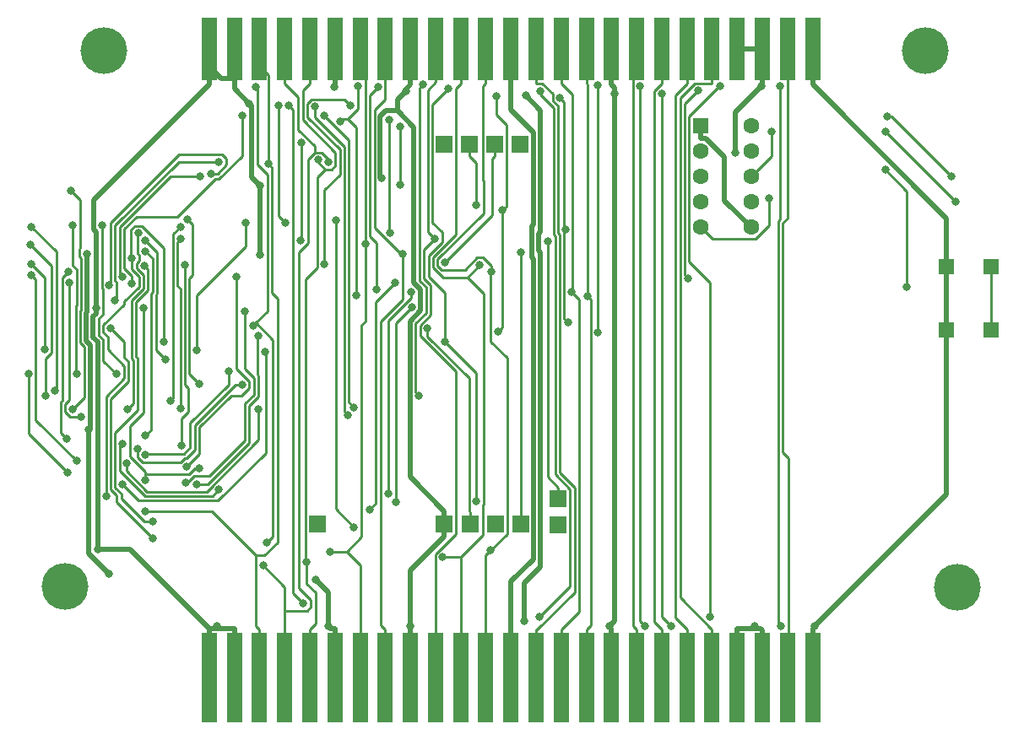
<source format=gbr>
%TF.GenerationSoftware,KiCad,Pcbnew,(6.0.2)*%
%TF.CreationDate,2022-10-22T23:08:43-05:00*%
%TF.ProjectId,REF1220,52454631-3232-4302-9e6b-696361645f70,rev?*%
%TF.SameCoordinates,Original*%
%TF.FileFunction,Copper,L2,Bot*%
%TF.FilePolarity,Positive*%
%FSLAX46Y46*%
G04 Gerber Fmt 4.6, Leading zero omitted, Abs format (unit mm)*
G04 Created by KiCad (PCBNEW (6.0.2)) date 2022-10-22 23:08:43*
%MOMM*%
%LPD*%
G01*
G04 APERTURE LIST*
%TA.AperFunction,NonConductor*%
%ADD10C,0.000001*%
%TD*%
%TA.AperFunction,ComponentPad*%
%ADD11R,1.700000X1.700000*%
%TD*%
%TA.AperFunction,ComponentPad*%
%ADD12C,4.680000*%
%TD*%
%TA.AperFunction,SMDPad,CuDef*%
%ADD13R,1.530000X6.250000*%
%TD*%
%TA.AperFunction,SMDPad,CuDef*%
%ADD14R,1.530000X9.000000*%
%TD*%
%TA.AperFunction,ComponentPad*%
%ADD15R,1.590000X1.590000*%
%TD*%
%TA.AperFunction,ComponentPad*%
%ADD16R,1.600000X1.600000*%
%TD*%
%TA.AperFunction,ComponentPad*%
%ADD17C,1.600000*%
%TD*%
%TA.AperFunction,ViaPad*%
%ADD18C,0.800000*%
%TD*%
%TA.AperFunction,Conductor*%
%ADD19C,0.250000*%
%TD*%
%TA.AperFunction,Conductor*%
%ADD20C,0.500000*%
%TD*%
G04 APERTURE END LIST*
D10*
X118377001Y-65249700D02*
G75*
G03*
X118377001Y-65249700I0J0D01*
G01*
D11*
%TO.P,J1,5,GND*%
%TO.N,/GND*%
X142682000Y-75656000D03*
%TO.P,J1,6,VPP*%
%TO.N,/SC_VPP*%
X145259000Y-75656000D03*
%TO.P,J1,7,I/O*%
%TO.N,/SC_I{slash}O*%
X147760000Y-75656000D03*
%TO.P,J1,8,N/C*%
%TO.N,/SC_N{slash}C2*%
X150339000Y-75656000D03*
%TO.P,J1,11,Mounting_Pin*%
%TO.N,/CD2*%
X129979000Y-113754000D03*
%TO.P,J1,1,VCC*%
%TO.N,/VCC*%
X142679000Y-113756000D03*
%TO.P,J1,2,RST*%
%TO.N,/SC_RST*%
X145342000Y-113756000D03*
%TO.P,J1,3,CLK*%
%TO.N,/SC_CLK*%
X147842000Y-113756000D03*
%TO.P,J1,4,N/C*%
%TO.N,/SC_N{slash}C*%
X150379000Y-113756000D03*
%TO.P,J1,9,CD1*%
%TO.N,/GND*%
X154151000Y-113796000D03*
%TO.P,J1,10,CD2*%
%TO.N,/CD2*%
X154150000Y-111253000D03*
%TD*%
D12*
%TO.P,Hole2,1*%
%TO.N,N/C*%
X104697000Y-120032300D03*
%TD*%
D13*
%TO.P,J3,26,Pin_1*%
%TO.N,/GND*%
X119142000Y-66088000D03*
%TO.P,J3,27,Pin_2*%
X121660000Y-66088000D03*
%TO.P,J3,28,Pin_3*%
%TO.N,/AD0*%
X124185000Y-66088000D03*
%TO.P,J3,29,Pin_4*%
%TO.N,/AD1*%
X126712000Y-66088000D03*
%TO.P,J3,30,Pin_5*%
%TO.N,/AD2*%
X129231000Y-66088000D03*
%TO.P,J3,31,Pin_6*%
%TO.N,/GND*%
X131750000Y-66088000D03*
%TO.P,J3,32,Pin_7*%
%TO.N,/AD3*%
X134273000Y-66088000D03*
%TO.P,J3,33,Pin_8*%
%TO.N,/ALE_L*%
X136792000Y-66088000D03*
%TO.P,J3,34,Pin_9*%
%TO.N,/VCC*%
X139311000Y-66088000D03*
%TO.P,J3,35,Pin_10*%
%TO.N,/ALE_H*%
X141839000Y-66088000D03*
%TO.P,J3,36,Pin_11*%
%TO.N,/AD4*%
X144364000Y-66088000D03*
%TO.P,J3,37,Pin_12*%
%TO.N,/AD5*%
X146885000Y-66088000D03*
%TO.P,J3,38,Pin_13*%
%TO.N,/12V_Rear*%
X149409000Y-66088000D03*
%TO.P,J3,39,Pin_14*%
%TO.N,/UNUSED_Rear*%
X151929000Y-66088000D03*
%TO.P,J3,40,Pin_15*%
%TO.N,/AD6*%
X154449000Y-66088000D03*
%TO.P,J3,41,Pin_16*%
%TO.N,/AD7*%
X156968000Y-66088000D03*
%TO.P,J3,42,Pin_17*%
%TO.N,/VCC*%
X159486000Y-66088000D03*
%TO.P,J3,43,Pin_18*%
%TO.N,/CIC_DATA2*%
X162010000Y-66088000D03*
%TO.P,J3,44,Pin_19*%
%TO.N,/Unknown_1*%
X164536000Y-66088000D03*
%TO.P,J3,45,Pin_20*%
%TO.N,/{slash}OS EVENT*%
X167054000Y-66088000D03*
%TO.P,J3,46,Pin_21*%
%TO.N,/Unknown_2*%
X169574000Y-66088000D03*
%TO.P,J3,47,Pin_22*%
%TO.N,/GND*%
X172093000Y-66088000D03*
%TO.P,J3,48,Pin_23*%
X174623000Y-66088000D03*
%TO.P,J3,49,Pin_24*%
%TO.N,/RAUDIO*%
X177149000Y-66088000D03*
%TO.P,J3,50,Pin_25*%
%TO.N,/GND*%
X179668000Y-66088000D03*
%TD*%
D14*
%TO.P,J5,26,Pin_25*%
%TO.N,/GND*%
X119142000Y-129159000D03*
%TO.P,J5,27,Pin_24*%
X121660000Y-129159000D03*
%TO.P,J5,28,Pin_23*%
%TO.N,/AD0*%
X124185000Y-129159000D03*
%TO.P,J5,29,Pin_22*%
%TO.N,/AD1*%
X126712000Y-129159000D03*
%TO.P,J5,30,Pin_21*%
%TO.N,/AD2*%
X129231000Y-129159000D03*
%TO.P,J5,31,Pin_20*%
%TO.N,/GND*%
X131750000Y-129159000D03*
%TO.P,J5,32,Pin_19*%
%TO.N,/AD3*%
X134273000Y-129159000D03*
%TO.P,J5,33,Pin_18*%
%TO.N,/ALE_L*%
X136792000Y-129159000D03*
%TO.P,J5,34,Pin_17*%
%TO.N,/VCC*%
X139311000Y-129159000D03*
%TO.P,J5,35,Pin_16*%
%TO.N,/ALE_H*%
X141839000Y-129159000D03*
%TO.P,J5,36,Pin_15*%
%TO.N,/AD4*%
X144364000Y-129159000D03*
%TO.P,J5,37,Pin_14*%
%TO.N,/AD5*%
X146885000Y-129159000D03*
%TO.P,J5,38,Pin_13*%
%TO.N,/12V_Rear*%
X149409000Y-129159000D03*
%TO.P,J5,39,Pin_12*%
%TO.N,/UNUSED_Rear*%
X151929000Y-129159000D03*
%TO.P,J5,40,Pin_11*%
%TO.N,/AD6*%
X154449000Y-129159000D03*
%TO.P,J5,41,Pin_10*%
%TO.N,/AD7*%
X156968000Y-129159000D03*
%TO.P,J5,42,Pin_9*%
%TO.N,/VCC*%
X159486000Y-129159000D03*
%TO.P,J5,43,Pin_8*%
%TO.N,/CIC_DATA2*%
X162010000Y-129159000D03*
%TO.P,J5,44,Pin_7*%
%TO.N,/Unknown_1*%
X164536000Y-129159000D03*
%TO.P,J5,45,Pin_6*%
%TO.N,/{slash}OS EVENT*%
X167054000Y-129159000D03*
%TO.P,J5,46,Pin_5*%
%TO.N,/Unknown_2*%
X169574000Y-129159000D03*
%TO.P,J5,47,Pin_4*%
%TO.N,/GND*%
X172093000Y-129159000D03*
%TO.P,J5,48,Pin_3*%
X174623000Y-129159000D03*
%TO.P,J5,49,Pin_2*%
%TO.N,/RAUDIO*%
X177149000Y-129159000D03*
%TO.P,J5,50,Pin_1*%
%TO.N,/GND*%
X179668000Y-129159000D03*
%TD*%
D15*
%TO.P,SW1,1,1*%
%TO.N,/GND*%
X193071500Y-94269500D03*
X193111500Y-87919500D03*
%TO.P,SW1,2,2*%
%TO.N,/Button*%
X197557500Y-94272500D03*
X197596500Y-87920500D03*
%TD*%
D16*
%TO.P,U6,1,CA*%
%TO.N,/VCC*%
X168401500Y-73791500D03*
D17*
%TO.P,U6,2,F*%
%TO.N,/F*%
X168401500Y-76331500D03*
%TO.P,U6,3,G*%
%TO.N,/G*%
X168401500Y-78871500D03*
%TO.P,U6,4,E*%
%TO.N,/E*%
X168401500Y-81411500D03*
%TO.P,U6,5,D*%
%TO.N,/D*%
X168401500Y-83951500D03*
%TO.P,U6,6,CA*%
%TO.N,/VCC*%
X173481500Y-83951500D03*
%TO.P,U6,7,DP*%
%TO.N,/DP*%
X173481500Y-81411500D03*
%TO.P,U6,8,C*%
%TO.N,/C*%
X173481500Y-78871500D03*
%TO.P,U6,9,B*%
%TO.N,/B*%
X173481500Y-76331500D03*
%TO.P,U6,10,A*%
%TO.N,/A*%
X173481500Y-73791500D03*
%TD*%
D12*
%TO.P,Hole4,1*%
%TO.N,N/C*%
X194154000Y-120077300D03*
%TD*%
%TO.P,Hole3,1*%
%TO.N,N/C*%
X190979000Y-66259300D03*
%TD*%
%TO.P,Hole1,1*%
%TO.N,N/C*%
X108548000Y-66220300D03*
%TD*%
D18*
%TO.N,/Q3*%
X193551100Y-78881400D03*
X187179700Y-72867900D03*
%TO.N,/Q2*%
X189098100Y-89940000D03*
X186952700Y-78218000D03*
%TO.N,/Q1*%
X193984100Y-81435500D03*
X186957600Y-74409000D03*
%TO.N,/LAUDIO*%
X176506500Y-124035800D03*
X176415600Y-69832300D03*
%TO.N,/S_DAT*%
X169349700Y-123089700D03*
X170342500Y-69833000D03*
%TO.N,/1.6MHZ*%
X165491100Y-123987100D03*
X164536000Y-70564800D03*
%TO.N,/CIC_DATA1*%
X162873600Y-124033900D03*
X162364500Y-69815100D03*
%TO.N,/UNUSED_Front*%
X152278200Y-123042300D03*
X152333600Y-70354600D03*
%TO.N,/12V_Front*%
X150731500Y-123470600D03*
X150889900Y-70734300D03*
%TO.N,/C*%
X175514700Y-74408000D03*
%TO.N,/D*%
X175286100Y-81036700D03*
%TO.N,/{slash}read_top*%
X140619900Y-69609300D03*
X140144200Y-100856300D03*
%TO.N,/74HC164_CP*%
X133310300Y-71760500D03*
X130684100Y-87645600D03*
%TO.N,/74HC164_DSA_DSB*%
X128358800Y-75524000D03*
X128326100Y-85268200D03*
%TO.N,/SC_I{slash}O*%
X142778900Y-87501600D03*
%TO.N,/SC_N{slash}C2*%
X137197200Y-73191500D03*
X137264700Y-84547800D03*
%TO.N,/SC_N{slash}C*%
X150419100Y-86448500D03*
%TO.N,/SC_CLK*%
X131817900Y-83266900D03*
X133642000Y-114065500D03*
%TO.N,/SC_RST*%
X141036100Y-94145900D03*
%TO.N,/CD2*%
X153116300Y-85417700D03*
%TO.N,/SC_VPP*%
X138255700Y-79730500D03*
X138271800Y-73845800D03*
X145920500Y-81733000D03*
%TO.N,/ALE_H*%
X141748500Y-85151100D03*
%TO.N,/ALE_L*%
X138576400Y-86678100D03*
%TO.N,/{slash}COLD_RESET*%
X167139200Y-89082600D03*
X168156500Y-70273600D03*
%TO.N,/AD7*%
X137119000Y-110728300D03*
X139367500Y-90462000D03*
X157113000Y-90926900D03*
%TO.N,/AD6*%
X135206000Y-112282300D03*
X137826400Y-89557800D03*
X155466900Y-90461000D03*
%TO.N,/AD5*%
X147422900Y-88462000D03*
X147393800Y-116374800D03*
%TO.N,/AD4*%
X146286800Y-87800000D03*
X142559000Y-117084800D03*
%TO.N,/AD3*%
X134841500Y-85601300D03*
X131297400Y-116509300D03*
%TO.N,/AD2*%
X130086300Y-77214600D03*
X128913800Y-117576300D03*
%TO.N,/AD1*%
X131086500Y-77431000D03*
X124541700Y-117937900D03*
%TO.N,/AD0*%
X112751800Y-112520000D03*
X125058000Y-77639100D03*
%TO.N,/VCC*%
X107041600Y-104302400D03*
X106921000Y-86673100D03*
X109117900Y-118783100D03*
X138854700Y-70336100D03*
X136447100Y-79048000D03*
X159281300Y-124006400D03*
X159813400Y-70585500D03*
X139311000Y-124031300D03*
%TO.N,/{slash}write*%
X110954700Y-102206000D03*
X112043300Y-84556600D03*
X135926000Y-90185800D03*
X136056200Y-69927800D03*
%TO.N,/A17*%
X118120100Y-99685000D03*
X116973400Y-83198100D03*
%TO.N,/A14*%
X115298700Y-101376500D03*
X116237500Y-83941000D03*
%TO.N,/A13*%
X116302600Y-102174300D03*
X116253300Y-85172000D03*
%TO.N,/A8*%
X112748900Y-86382600D03*
X112738200Y-104902000D03*
%TO.N,/A9*%
X116369800Y-105896000D03*
X116689800Y-87753000D03*
%TO.N,/A11*%
X116861200Y-108025200D03*
X121855500Y-88985000D03*
%TO.N,/Output_Enable*%
X116775900Y-109578400D03*
X122689800Y-92392900D03*
%TO.N,/A10*%
X112755800Y-109310700D03*
X118111300Y-108185500D03*
X112571600Y-92065000D03*
%TO.N,/Chip_Enable*%
X117922700Y-109773600D03*
X124055400Y-94889000D03*
%TO.N,/AD15*%
X123524000Y-93858800D03*
X123814900Y-69859300D03*
X124898400Y-115643400D03*
%TO.N,/AD14*%
X126116500Y-71715600D03*
X126796000Y-83514400D03*
X122828800Y-83514400D03*
X117865100Y-96321400D03*
%TO.N,/AD13*%
X128577700Y-121717500D03*
X127116700Y-71772500D03*
X122456600Y-72790900D03*
X111375900Y-89633900D03*
%TO.N,/AD12*%
X132308700Y-73378900D03*
X118192400Y-78882800D03*
X110472700Y-88986700D03*
X134041000Y-69817600D03*
X133852200Y-90789500D03*
%TO.N,/AD11*%
X142782100Y-95462000D03*
X143110100Y-70088200D03*
X145953400Y-111448000D03*
X113504600Y-115158000D03*
X109256000Y-94137700D03*
%TO.N,/GND*%
X119891700Y-124005300D03*
X131111200Y-124020700D03*
X107945100Y-116282100D03*
X124224200Y-86744300D03*
X124224200Y-79764800D03*
X107771100Y-92092500D03*
X174490000Y-69827100D03*
X179875100Y-124015900D03*
X129805900Y-119317800D03*
X123166300Y-71549100D03*
X131725700Y-69860500D03*
X173823400Y-123970400D03*
X171899900Y-76460900D03*
%TO.N,/AD10*%
X148565800Y-82295500D03*
X120120500Y-77403000D03*
X109706900Y-91339200D03*
X148094500Y-94462000D03*
X147911600Y-70818900D03*
%TO.N,/AD9*%
X155104300Y-93514000D03*
X154333500Y-70974200D03*
X154879300Y-84233600D03*
X119291800Y-78578300D03*
X109111300Y-89777200D03*
%TO.N,/AD8*%
X139486100Y-91972500D03*
X137891100Y-111543500D03*
X113507500Y-113529900D03*
X112646100Y-87835700D03*
X158145000Y-69691400D03*
X158114300Y-94512000D03*
%TO.N,/A0*%
X111372900Y-87057700D03*
X114586900Y-95462000D03*
X108838100Y-110933900D03*
%TO.N,/A1*%
X124750500Y-96521000D03*
X110451700Y-109806300D03*
X104905600Y-108628600D03*
X101005500Y-98652100D03*
%TO.N,/A2*%
X112714800Y-85299600D03*
X114754600Y-97247500D03*
%TO.N,/A3*%
X112748400Y-106840400D03*
X121092500Y-98462000D03*
X105832800Y-107402000D03*
X101304800Y-88754400D03*
%TO.N,/A4*%
X102615400Y-96261900D03*
X101311900Y-87711600D03*
%TO.N,/A5*%
X105009400Y-88405600D03*
X104811100Y-105181000D03*
X111929300Y-106222300D03*
X122418800Y-99756500D03*
%TO.N,/A6*%
X102749400Y-100885800D03*
X101226400Y-85717300D03*
%TO.N,/A7*%
X103703000Y-100401900D03*
X101327600Y-83944000D03*
X110870300Y-107650000D03*
X124099300Y-102240100D03*
%TO.N,/A12*%
X105408700Y-102214700D03*
X105250100Y-80299700D03*
X110420200Y-105679500D03*
X120103400Y-110301000D03*
%TO.N,/A15*%
X105852000Y-98701100D03*
X105456100Y-83800400D03*
X129730300Y-71872500D03*
X133005600Y-102813100D03*
%TO.N,/A16*%
X105114800Y-89514700D03*
X106328900Y-103039500D03*
X130692300Y-72793400D03*
X133667400Y-102049300D03*
%TO.N,/A18*%
X109870700Y-98721800D03*
X108411100Y-83772700D03*
%TD*%
D19*
%TO.N,/Q3*%
X187537600Y-72867900D02*
X187179700Y-72867900D01*
X193551100Y-78881400D02*
X187537600Y-72867900D01*
%TO.N,/Q2*%
X189098100Y-80363400D02*
X189098100Y-89940000D01*
X186952700Y-78218000D02*
X189098100Y-80363400D01*
%TO.N,/Q1*%
X193984100Y-81435500D02*
X186957600Y-74409000D01*
%TO.N,/LAUDIO*%
X176415600Y-83176200D02*
X176415600Y-69832300D01*
X176225100Y-83366700D02*
X176415600Y-83176200D01*
X176225100Y-123754400D02*
X176225100Y-83366700D01*
X176506500Y-124035800D02*
X176225100Y-123754400D01*
%TO.N,/S_DAT*%
X170270000Y-69833000D02*
X170342500Y-69833000D01*
X167271400Y-72831600D02*
X170270000Y-69833000D01*
X167271400Y-87451600D02*
X167271400Y-72831600D01*
X169349700Y-89529900D02*
X167271400Y-87451600D01*
X169349700Y-123089700D02*
X169349700Y-89529900D01*
%TO.N,/1.6MHZ*%
X164536000Y-123032000D02*
X164536000Y-70564800D01*
X165491100Y-123987100D02*
X164536000Y-123032000D01*
%TO.N,/CIC_DATA1*%
X162364500Y-123524800D02*
X162364500Y-69815100D01*
X162873600Y-124033900D02*
X162364500Y-123524800D01*
%TO.N,/UNUSED_Front*%
X155326100Y-119994400D02*
X152278200Y-123042300D01*
X155326100Y-110269400D02*
X155326100Y-119994400D01*
X153841500Y-108784800D02*
X155326100Y-110269400D01*
X153841500Y-84857800D02*
X153841500Y-108784800D01*
X153704100Y-84720400D02*
X153841500Y-84857800D01*
X153704100Y-72006800D02*
X153704100Y-84720400D01*
X152333600Y-70636300D02*
X153704100Y-72006800D01*
X152333600Y-70354600D02*
X152333600Y-70636300D01*
D20*
%TO.N,/12V_Front*%
X152379400Y-72223800D02*
X150889900Y-70734300D01*
X152379400Y-84457200D02*
X152379400Y-72223800D01*
X152204200Y-84632400D02*
X152379400Y-84457200D01*
X152204200Y-86348100D02*
X152204200Y-84632400D01*
X152379400Y-86523300D02*
X152204200Y-86348100D01*
X152379400Y-118056000D02*
X152379400Y-86523300D01*
X150731500Y-119703900D02*
X152379400Y-118056000D01*
X150731500Y-123470600D02*
X150731500Y-119703900D01*
D19*
%TO.N,/RAUDIO*%
X177149000Y-83079400D02*
X177149000Y-66088000D01*
X176675200Y-83553200D02*
X177149000Y-83079400D01*
X176675200Y-106543100D02*
X176675200Y-83553200D01*
X177263400Y-107131300D02*
X176675200Y-106543100D01*
X177263400Y-129044600D02*
X177263400Y-107131300D01*
X177149000Y-129159000D02*
X177263400Y-129044600D01*
%TO.N,/Unknown_2*%
X169574000Y-129159000D02*
X169574000Y-124333900D01*
X169574000Y-66088000D02*
X169574000Y-69538100D01*
X169568500Y-124333900D02*
X169574000Y-124333900D01*
X166367300Y-121132700D02*
X169568500Y-124333900D01*
X166367300Y-71037400D02*
X166367300Y-121132700D01*
X167866600Y-69538100D02*
X166367300Y-71037400D01*
X169574000Y-69538100D02*
X167866600Y-69538100D01*
%TO.N,/{slash}OS EVENT*%
X167054000Y-129159000D02*
X167054000Y-124333900D01*
X167054000Y-66088000D02*
X167054000Y-69538100D01*
X165877700Y-123157600D02*
X167054000Y-124333900D01*
X165877700Y-70714400D02*
X165877700Y-123157600D01*
X167054000Y-69538100D02*
X165877700Y-70714400D01*
%TO.N,/Unknown_1*%
X164536000Y-129159000D02*
X164536000Y-124333900D01*
X163760400Y-123558300D02*
X164536000Y-124333900D01*
X163760400Y-70313700D02*
X163760400Y-123558300D01*
X164536000Y-69538100D02*
X163760400Y-70313700D01*
X164536000Y-66088000D02*
X164536000Y-69538100D01*
%TO.N,/CIC_DATA2*%
X161631900Y-66466100D02*
X162010000Y-66088000D01*
X161631900Y-123955800D02*
X161631900Y-66466100D01*
X162010000Y-124333900D02*
X161631900Y-123955800D01*
X162010000Y-129159000D02*
X162010000Y-124333900D01*
%TO.N,/UNUSED_Rear*%
X151929000Y-129159000D02*
X151929000Y-124333900D01*
X151929000Y-66088000D02*
X151929000Y-69538100D01*
X152012100Y-124333900D02*
X151929000Y-124333900D01*
X155776200Y-120569800D02*
X152012100Y-124333900D01*
X155776200Y-110082900D02*
X155776200Y-120569800D01*
X154291600Y-108598300D02*
X155776200Y-110082900D01*
X154291600Y-84671300D02*
X154291600Y-108598300D01*
X154154200Y-84533900D02*
X154291600Y-84671300D01*
X154154200Y-71820200D02*
X154154200Y-84533900D01*
X153608400Y-71274400D02*
X154154200Y-71820200D01*
X153608400Y-70603900D02*
X153608400Y-71274400D01*
X152542600Y-69538100D02*
X153608400Y-70603900D01*
X151929000Y-69538100D02*
X152542600Y-69538100D01*
D20*
%TO.N,/12V_Rear*%
X149409000Y-129159000D02*
X149409000Y-124208900D01*
X149409000Y-119541200D02*
X149409000Y-124208900D01*
X151679200Y-117271000D02*
X149409000Y-119541200D01*
X151679200Y-87163100D02*
X151679200Y-117271000D01*
X151475800Y-86959700D02*
X151679200Y-87163100D01*
X151475800Y-83875600D02*
X151475800Y-86959700D01*
X151679200Y-83672200D02*
X151475800Y-83875600D01*
X151679200Y-74473800D02*
X151679200Y-83672200D01*
X149409000Y-72203600D02*
X151679200Y-74473800D01*
X149409000Y-66088000D02*
X149409000Y-72203600D01*
D19*
%TO.N,/C*%
X175514700Y-76838300D02*
X175514700Y-74408000D01*
X173481500Y-78871500D02*
X175514700Y-76838300D01*
%TO.N,/D*%
X175286100Y-83742700D02*
X175286100Y-81036700D01*
X173898000Y-85130800D02*
X175286100Y-83742700D01*
X169580800Y-85130800D02*
X173898000Y-85130800D01*
X168401500Y-83951500D02*
X169580800Y-85130800D01*
%TO.N,/{slash}read_top*%
X140248100Y-69981100D02*
X140619900Y-69609300D01*
X140248100Y-89326900D02*
X140248100Y-69981100D01*
X140911300Y-89990100D02*
X140248100Y-89326900D01*
X140911300Y-92563000D02*
X140911300Y-89990100D01*
X139842900Y-93631400D02*
X140911300Y-92563000D01*
X139842900Y-100555000D02*
X139842900Y-93631400D01*
X140144200Y-100856300D02*
X139842900Y-100555000D01*
%TO.N,/74HC164_CP*%
X130684100Y-80260000D02*
X130684100Y-87645600D01*
X132261800Y-78682300D02*
X130684100Y-80260000D01*
X132261800Y-76200500D02*
X132261800Y-78682300D01*
X128974500Y-72913200D02*
X132261800Y-76200500D01*
X128974500Y-71558300D02*
X128974500Y-72913200D01*
X129390600Y-71142200D02*
X128974500Y-71558300D01*
X132692000Y-71142200D02*
X129390600Y-71142200D01*
X133310300Y-71760500D02*
X132692000Y-71142200D01*
%TO.N,/74HC164_DSA_DSB*%
X128358800Y-85235500D02*
X128326100Y-85268200D01*
X128358800Y-75524000D02*
X128358800Y-85235500D01*
%TO.N,/SC_I{slash}O*%
X147528000Y-82752500D02*
X142778900Y-87501600D01*
X147528000Y-77063100D02*
X147528000Y-82752500D01*
X147760000Y-76831100D02*
X147528000Y-77063100D01*
X147760000Y-75656000D02*
X147760000Y-76831100D01*
%TO.N,/SC_N{slash}C2*%
X137197200Y-84480300D02*
X137197200Y-73191500D01*
X137264700Y-84547800D02*
X137197200Y-84480300D01*
%TO.N,/SC_N{slash}C*%
X150379000Y-113756000D02*
X150379000Y-112580900D01*
X150379000Y-86488600D02*
X150419100Y-86448500D01*
X150379000Y-112580900D02*
X150379000Y-86488600D01*
%TO.N,/SC_CLK*%
X131817900Y-112241400D02*
X133642000Y-114065500D01*
X131817900Y-83266900D02*
X131817900Y-112241400D01*
%TO.N,/SC_RST*%
X145342000Y-113756000D02*
X145342000Y-112580900D01*
X145228300Y-112467200D02*
X145342000Y-112580900D01*
X145228300Y-99142000D02*
X145228300Y-112467200D01*
X141036100Y-94949800D02*
X145228300Y-99142000D01*
X141036100Y-94145900D02*
X141036100Y-94949800D01*
%TO.N,/CD2*%
X154150000Y-111253000D02*
X154150000Y-110077900D01*
X153116300Y-109044200D02*
X153116300Y-85417700D01*
X154150000Y-110077900D02*
X153116300Y-109044200D01*
%TO.N,/SC_VPP*%
X145259000Y-75656000D02*
X145259000Y-76831100D01*
X145920500Y-77492600D02*
X145920500Y-81733000D01*
X145259000Y-76831100D02*
X145920500Y-77492600D01*
X138255700Y-73861900D02*
X138271800Y-73845800D01*
X138255700Y-79730500D02*
X138255700Y-73861900D01*
%TO.N,/Button*%
X197596500Y-93113400D02*
X197557500Y-93152400D01*
X197596500Y-87920500D02*
X197596500Y-93113400D01*
X197557500Y-94272500D02*
X197557500Y-93152400D01*
%TO.N,/ALE_H*%
X141839000Y-66088000D02*
X141839000Y-69425500D01*
X141056800Y-84459400D02*
X141748500Y-85151100D01*
X141056800Y-70207700D02*
X141056800Y-84459400D01*
X141839000Y-69425500D02*
X141056800Y-70207700D01*
X141833900Y-124328800D02*
X141839000Y-124333900D01*
X141833900Y-116779600D02*
X141833900Y-124328800D01*
X143854200Y-114759300D02*
X141833900Y-116779600D01*
X143854200Y-98404500D02*
X143854200Y-114759300D01*
X140293000Y-94843300D02*
X143854200Y-98404500D01*
X140293000Y-93817900D02*
X140293000Y-94843300D01*
X141361400Y-92749500D02*
X140293000Y-93817900D01*
X141361400Y-89803600D02*
X141361400Y-92749500D01*
X140698200Y-89140400D02*
X141361400Y-89803600D01*
X140698200Y-86201400D02*
X140698200Y-89140400D01*
X141748500Y-85151100D02*
X140698200Y-86201400D01*
X141839000Y-129159000D02*
X141839000Y-124333900D01*
%TO.N,/ALE_L*%
X136792000Y-129159000D02*
X136792000Y-124333900D01*
X138576400Y-91220000D02*
X138576400Y-86678100D01*
X136375900Y-93420500D02*
X138576400Y-91220000D01*
X136375900Y-123917800D02*
X136375900Y-93420500D01*
X136792000Y-124333900D02*
X136375900Y-123917800D01*
X136792000Y-71127300D02*
X136792000Y-66088000D01*
X135721900Y-72197400D02*
X136792000Y-71127300D01*
X135721900Y-84044600D02*
X135721900Y-72197400D01*
X138355400Y-86678100D02*
X135721900Y-84044600D01*
X138576400Y-86678100D02*
X138355400Y-86678100D01*
%TO.N,/{slash}COLD_RESET*%
X166821200Y-71608900D02*
X168156500Y-70273600D01*
X166821200Y-88764600D02*
X166821200Y-71608900D01*
X167139200Y-89082600D02*
X166821200Y-88764600D01*
%TO.N,/AD7*%
X156968000Y-129159000D02*
X156968000Y-124333900D01*
X156968000Y-66088000D02*
X156968000Y-69538100D01*
X157113000Y-69683100D02*
X157113000Y-90926900D01*
X156968000Y-69538100D02*
X157113000Y-69683100D01*
X157388300Y-91202200D02*
X157113000Y-90926900D01*
X157388300Y-123913600D02*
X157388300Y-91202200D01*
X156968000Y-124333900D02*
X157388300Y-123913600D01*
X139367500Y-91065500D02*
X139367500Y-90462000D01*
X137119000Y-93314000D02*
X139367500Y-91065500D01*
X137119000Y-110728300D02*
X137119000Y-93314000D01*
%TO.N,/AD6*%
X154449000Y-129159000D02*
X154449000Y-124333900D01*
X154449000Y-66088000D02*
X154449000Y-69538100D01*
X156226300Y-91220400D02*
X155466900Y-90461000D01*
X156226300Y-122556600D02*
X156226300Y-91220400D01*
X154449000Y-124333900D02*
X156226300Y-122556600D01*
X135869600Y-91514600D02*
X137826400Y-89557800D01*
X135869600Y-111618700D02*
X135869600Y-91514600D01*
X135206000Y-112282300D02*
X135869600Y-111618700D01*
X155604400Y-70693500D02*
X154449000Y-69538100D01*
X155604400Y-90323500D02*
X155604400Y-70693500D01*
X155466900Y-90461000D02*
X155604400Y-90323500D01*
%TO.N,/AD5*%
X146584800Y-69838300D02*
X146885000Y-69538100D01*
X146584800Y-79260700D02*
X146584800Y-69838300D01*
X146648700Y-79324600D02*
X146584800Y-79260700D01*
X146648700Y-82598300D02*
X146648700Y-79324600D01*
X142048500Y-87198500D02*
X146648700Y-82598300D01*
X142048500Y-87804000D02*
X142048500Y-87198500D01*
X142471200Y-88226700D02*
X142048500Y-87804000D01*
X144787500Y-88226700D02*
X142471200Y-88226700D01*
X145991100Y-87023100D02*
X144787500Y-88226700D01*
X146563700Y-87023100D02*
X145991100Y-87023100D01*
X147422900Y-87882300D02*
X146563700Y-87023100D01*
X147422900Y-88462000D02*
X147422900Y-87882300D01*
X146885000Y-116883600D02*
X146885000Y-129159000D01*
X147393800Y-116374800D02*
X146885000Y-116883600D01*
X149017200Y-114751400D02*
X147393800Y-116374800D01*
X149017200Y-97081100D02*
X149017200Y-114751400D01*
X147369400Y-95433300D02*
X149017200Y-97081100D01*
X147369400Y-88515500D02*
X147369400Y-95433300D01*
X147422900Y-88462000D02*
X147369400Y-88515500D01*
X146885000Y-66088000D02*
X146885000Y-69538100D01*
%TO.N,/AD4*%
X144364000Y-66088000D02*
X144364000Y-69538100D01*
X145064600Y-89022200D02*
X146286800Y-87800000D01*
X142595700Y-89022200D02*
X145064600Y-89022200D01*
X141598400Y-88024900D02*
X142595700Y-89022200D01*
X141598400Y-86998000D02*
X141598400Y-88024900D01*
X143857200Y-84739200D02*
X141598400Y-86998000D01*
X143857200Y-70044900D02*
X143857200Y-84739200D01*
X144364000Y-69538100D02*
X143857200Y-70044900D01*
X144364000Y-129159000D02*
X144364000Y-124333900D01*
X144359600Y-117084800D02*
X142559000Y-117084800D01*
X144359600Y-124329500D02*
X144359600Y-117084800D01*
X144364000Y-124333900D02*
X144359600Y-124329500D01*
X146678500Y-90636100D02*
X145064600Y-89022200D01*
X146678500Y-111748400D02*
X146678500Y-90636100D01*
X146564800Y-111862100D02*
X146678500Y-111748400D01*
X146564800Y-114879600D02*
X146564800Y-111862100D01*
X144359600Y-117084800D02*
X146564800Y-114879600D01*
%TO.N,/AD3*%
X134273000Y-129159000D02*
X134273000Y-124333900D01*
X134841500Y-93372500D02*
X134841500Y-85601300D01*
X134392500Y-93821500D02*
X134841500Y-93372500D01*
X134392500Y-115058100D02*
X134392500Y-93821500D01*
X132924400Y-116526200D02*
X134392500Y-115058100D01*
X134273000Y-117874800D02*
X132924400Y-116526200D01*
X134273000Y-124333900D02*
X134273000Y-117874800D01*
X131314300Y-116526200D02*
X131297400Y-116509300D01*
X132924400Y-116526200D02*
X131314300Y-116526200D01*
X134816800Y-85576600D02*
X134841500Y-85601300D01*
X134816800Y-66631800D02*
X134816800Y-85576600D01*
X134273000Y-66088000D02*
X134816800Y-66631800D01*
%TO.N,/AD2*%
X129231000Y-66088000D02*
X129231000Y-69538100D01*
X129231000Y-129159000D02*
X129231000Y-124333900D01*
X130086300Y-77456200D02*
X130786200Y-78156100D01*
X130086300Y-77214600D02*
X130086300Y-77456200D01*
X128524400Y-70244700D02*
X129231000Y-69538100D01*
X128524400Y-73171900D02*
X128524400Y-70244700D01*
X131811700Y-76459200D02*
X128524400Y-73171900D01*
X131811700Y-77736900D02*
X131811700Y-76459200D01*
X131392500Y-78156100D02*
X131811700Y-77736900D01*
X130786200Y-78156100D02*
X131392500Y-78156100D01*
X129959000Y-78983300D02*
X130786200Y-78156100D01*
X129959000Y-88007300D02*
X129959000Y-78983300D01*
X128803800Y-89162500D02*
X129959000Y-88007300D01*
X128803800Y-117466300D02*
X128803800Y-89162500D01*
X128913800Y-117576300D02*
X128803800Y-117466300D01*
X128913800Y-119758500D02*
X128913800Y-117576300D01*
X129784800Y-120629500D02*
X128913800Y-119758500D01*
X129784800Y-123780100D02*
X129784800Y-120629500D01*
X129231000Y-124333900D02*
X129784800Y-123780100D01*
%TO.N,/AD1*%
X126712000Y-66088000D02*
X126712000Y-69538100D01*
X129735400Y-75838000D02*
X129735400Y-76489300D01*
X128074300Y-74176900D02*
X129735400Y-75838000D01*
X128074300Y-70900400D02*
X128074300Y-74176900D01*
X126712000Y-69538100D02*
X128074300Y-70900400D01*
X131086500Y-77189100D02*
X131086500Y-77431000D01*
X130386700Y-76489300D02*
X131086500Y-77189100D01*
X129735400Y-76489300D02*
X130386700Y-76489300D01*
X129084000Y-77140700D02*
X129735400Y-76489300D01*
X129084000Y-85554700D02*
X129084000Y-77140700D01*
X128148100Y-86490600D02*
X129084000Y-85554700D01*
X128148100Y-120172800D02*
X128148100Y-86490600D01*
X129334700Y-121359400D02*
X128148100Y-120172800D01*
X129334700Y-122073700D02*
X129334700Y-121359400D01*
X128938800Y-122469600D02*
X129334700Y-122073700D01*
X126712000Y-122469600D02*
X128938800Y-122469600D01*
X126712000Y-129159000D02*
X126712000Y-122469600D01*
X126712000Y-120108200D02*
X124541700Y-117937900D01*
X126712000Y-122469600D02*
X126712000Y-120108200D01*
%TO.N,/AD0*%
X124185000Y-129159000D02*
X124185000Y-124333900D01*
X124185000Y-66088000D02*
X124185000Y-67813000D01*
X125058000Y-68686000D02*
X125058000Y-77639100D01*
X124185000Y-67813000D02*
X125058000Y-68686000D01*
X119428000Y-112520000D02*
X112751800Y-112520000D01*
X123816600Y-116908600D02*
X119428000Y-112520000D01*
X124700100Y-116908600D02*
X123816600Y-116908600D01*
X126034000Y-115574700D02*
X124700100Y-116908600D01*
X126034000Y-91156600D02*
X126034000Y-115574700D01*
X125435800Y-90558400D02*
X126034000Y-91156600D01*
X125435800Y-78016900D02*
X125435800Y-90558400D01*
X125058000Y-77639100D02*
X125435800Y-78016900D01*
X123816600Y-123965500D02*
X124185000Y-124333900D01*
X123816600Y-116908600D02*
X123816600Y-123965500D01*
D20*
%TO.N,/VCC*%
X168401500Y-73791500D02*
X168401500Y-75041600D01*
X170816300Y-81286300D02*
X173481500Y-83951500D01*
X170816300Y-76909400D02*
X170816300Y-81286300D01*
X168948500Y-75041600D02*
X170816300Y-76909400D01*
X168401500Y-75041600D02*
X168948500Y-75041600D01*
X139311000Y-66088000D02*
X139311000Y-69663100D01*
X138854700Y-70119400D02*
X139311000Y-69663100D01*
X138854700Y-70336100D02*
X138854700Y-70119400D01*
X139673000Y-73917200D02*
X138056300Y-72300500D01*
X139673000Y-89565300D02*
X139673000Y-73917200D01*
X140336200Y-90228500D02*
X139673000Y-89565300D01*
X140336200Y-92324700D02*
X140336200Y-90228500D01*
X139267800Y-93393100D02*
X140336200Y-92324700D01*
X139267800Y-109044700D02*
X139267800Y-93393100D01*
X142679000Y-112455900D02*
X139267800Y-109044700D01*
X138056300Y-71134500D02*
X138854700Y-70336100D01*
X138056300Y-72300500D02*
X138056300Y-71134500D01*
X159486000Y-129159000D02*
X159486000Y-124208900D01*
X159483800Y-124208900D02*
X159281300Y-124006400D01*
X159486000Y-124208900D02*
X159483800Y-124208900D01*
X159486000Y-66088000D02*
X159486000Y-69663100D01*
X159813400Y-69990500D02*
X159813400Y-70585500D01*
X159486000Y-69663100D02*
X159813400Y-69990500D01*
X159813400Y-123474300D02*
X159281300Y-124006400D01*
X159813400Y-70585500D02*
X159813400Y-123474300D01*
X136297100Y-78898000D02*
X136447100Y-79048000D01*
X136297100Y-72834200D02*
X136297100Y-78898000D01*
X136830800Y-72300500D02*
X136297100Y-72834200D01*
X138056300Y-72300500D02*
X136830800Y-72300500D01*
X142679000Y-113105900D02*
X142679000Y-112455900D01*
X142679000Y-113105900D02*
X142679000Y-113756000D01*
X142679000Y-113756000D02*
X142679000Y-115056100D01*
X139311000Y-118424100D02*
X139311000Y-124031300D01*
X142679000Y-115056100D02*
X139311000Y-118424100D01*
X139311000Y-124031300D02*
X139311000Y-129159000D01*
X107041600Y-116706800D02*
X107041600Y-104302400D01*
X109117900Y-118783100D02*
X107041600Y-116706800D01*
X107214200Y-104129800D02*
X107041600Y-104302400D01*
X107214200Y-95761400D02*
X107214200Y-104129800D01*
X106805600Y-95352800D02*
X107214200Y-95761400D01*
X106805600Y-92609000D02*
X106805600Y-95352800D01*
X106921000Y-92493600D02*
X106805600Y-92609000D01*
X106921000Y-86673100D02*
X106921000Y-92493600D01*
D19*
%TO.N,/{slash}write*%
X135271700Y-70712300D02*
X136056200Y-69927800D01*
X135271700Y-84876100D02*
X135271700Y-70712300D01*
X135926000Y-85530400D02*
X135271700Y-84876100D01*
X135926000Y-90185800D02*
X135926000Y-85530400D01*
X111980900Y-84619000D02*
X112043300Y-84556600D01*
X111980900Y-86640200D02*
X111980900Y-84619000D01*
X112098000Y-86757300D02*
X111980900Y-86640200D01*
X112098000Y-87358100D02*
X112098000Y-86757300D01*
X111906000Y-87550100D02*
X112098000Y-87358100D01*
X111906000Y-88121300D02*
X111906000Y-87550100D01*
X112551100Y-88766400D02*
X111906000Y-88121300D01*
X112551100Y-90120800D02*
X112551100Y-88766400D01*
X111348500Y-91323400D02*
X112551100Y-90120800D01*
X111348500Y-97124300D02*
X111348500Y-91323400D01*
X111517300Y-97293100D02*
X111348500Y-97124300D01*
X111517300Y-101643400D02*
X111517300Y-97293100D01*
X110954700Y-102206000D02*
X111517300Y-101643400D01*
%TO.N,/A17*%
X117139900Y-98704800D02*
X118120100Y-99685000D01*
X117139900Y-89081300D02*
X117139900Y-98704800D01*
X117431700Y-88789500D02*
X117139900Y-89081300D01*
X117431700Y-83656400D02*
X117431700Y-88789500D01*
X116973400Y-83198100D02*
X117431700Y-83656400D01*
%TO.N,/A14*%
X115514600Y-101160600D02*
X115298700Y-101376500D01*
X115514600Y-84663900D02*
X115514600Y-101160600D01*
X116237500Y-83941000D02*
X115514600Y-84663900D01*
%TO.N,/A13*%
X115964700Y-85460600D02*
X116253300Y-85172000D01*
X115964700Y-89838800D02*
X115964700Y-85460600D01*
X116239600Y-90113700D02*
X115964700Y-89838800D01*
X116239600Y-102111300D02*
X116239600Y-90113700D01*
X116302600Y-102174300D02*
X116239600Y-102111300D01*
%TO.N,/A8*%
X113451300Y-87085000D02*
X112748900Y-86382600D01*
X113451300Y-90493800D02*
X113451300Y-87085000D01*
X113296700Y-90648400D02*
X113451300Y-90493800D01*
X113296700Y-104343500D02*
X113296700Y-90648400D01*
X112738200Y-104902000D02*
X113296700Y-104343500D01*
%TO.N,/A9*%
X116689800Y-99820600D02*
X116689800Y-87753000D01*
X117027700Y-100158500D02*
X116689800Y-99820600D01*
X117027700Y-102474700D02*
X117027700Y-100158500D01*
X116369800Y-103132600D02*
X117027700Y-102474700D01*
X116369800Y-105896000D02*
X116369800Y-103132600D01*
%TO.N,/A11*%
X118133200Y-106753200D02*
X116861200Y-108025200D01*
X118133200Y-104057800D02*
X118133200Y-106753200D01*
X121337400Y-100853600D02*
X118133200Y-104057800D01*
X122401000Y-100853600D02*
X121337400Y-100853600D01*
X123164600Y-100090000D02*
X122401000Y-100853600D01*
X123164600Y-99476500D02*
X123164600Y-100090000D01*
X121855500Y-98167400D02*
X123164600Y-99476500D01*
X121855500Y-88985000D02*
X121855500Y-98167400D01*
%TO.N,/Output_Enable*%
X122689800Y-98140300D02*
X122689800Y-92392900D01*
X123616800Y-99067300D02*
X122689800Y-98140300D01*
X123616800Y-100762000D02*
X123616800Y-99067300D01*
X122707300Y-101671500D02*
X123616800Y-100762000D01*
X122707300Y-105398200D02*
X122707300Y-101671500D01*
X119194900Y-108910600D02*
X122707300Y-105398200D01*
X117656000Y-108910600D02*
X119194900Y-108910600D01*
X116988200Y-109578400D02*
X117656000Y-108910600D01*
X116775900Y-109578400D02*
X116988200Y-109578400D01*
%TO.N,/A10*%
X112755800Y-109310700D02*
X112755800Y-108768400D01*
X112571600Y-102555400D02*
X112571600Y-92065000D01*
X111204100Y-103922900D02*
X112571600Y-102555400D01*
X111204100Y-106958300D02*
X111204100Y-103922900D01*
X112755800Y-108510000D02*
X111204100Y-106958300D01*
X112755800Y-108768400D02*
X112755800Y-108510000D01*
X117744400Y-108185500D02*
X118111300Y-108185500D01*
X117161500Y-108768400D02*
X117744400Y-108185500D01*
X112755800Y-108768400D02*
X117161500Y-108768400D01*
%TO.N,/Chip_Enable*%
X123998200Y-94946200D02*
X124055400Y-94889000D01*
X123998200Y-98776100D02*
X123998200Y-94946200D01*
X124067800Y-98845700D02*
X123998200Y-98776100D01*
X124067800Y-100947600D02*
X124067800Y-98845700D01*
X123157400Y-101858000D02*
X124067800Y-100947600D01*
X123157400Y-105584700D02*
X123157400Y-101858000D01*
X118968500Y-109773600D02*
X123157400Y-105584700D01*
X117922700Y-109773600D02*
X118968500Y-109773600D01*
%TO.N,/AD15*%
X125534700Y-95269400D02*
X123824100Y-93558700D01*
X125534700Y-115007100D02*
X125534700Y-95269400D01*
X124898400Y-115643400D02*
X125534700Y-115007100D01*
X124985700Y-92397100D02*
X123824100Y-93558700D01*
X124985700Y-78720500D02*
X124985700Y-92397100D01*
X123968400Y-77703200D02*
X124985700Y-78720500D01*
X123968400Y-70012800D02*
X123968400Y-77703200D01*
X123814900Y-69859300D02*
X123968400Y-70012800D01*
X123824100Y-93558700D02*
X123524000Y-93858800D01*
%TO.N,/AD14*%
X122828800Y-85855300D02*
X122828800Y-83514400D01*
X117865100Y-90819000D02*
X122828800Y-85855300D01*
X117865100Y-96321400D02*
X117865100Y-90819000D01*
X126116500Y-82834900D02*
X126116500Y-71715600D01*
X126796000Y-83514400D02*
X126116500Y-82834900D01*
%TO.N,/AD13*%
X122456600Y-76799700D02*
X122456600Y-72790900D01*
X120105100Y-79151200D02*
X122456600Y-76799700D01*
X119744400Y-79151200D02*
X120105100Y-79151200D01*
X115964400Y-82931200D02*
X119744400Y-79151200D01*
X111853200Y-82931200D02*
X115964400Y-82931200D01*
X110647700Y-84136700D02*
X111853200Y-82931200D01*
X110647700Y-88136300D02*
X110647700Y-84136700D01*
X111375900Y-88864500D02*
X110647700Y-88136300D01*
X111375900Y-89633900D02*
X111375900Y-88864500D01*
X127521100Y-120660900D02*
X128577700Y-121717500D01*
X127521100Y-72176900D02*
X127521100Y-120660900D01*
X127116700Y-71772500D02*
X127521100Y-72176900D01*
%TO.N,/AD12*%
X132562300Y-73125300D02*
X132308700Y-73378900D01*
X133036400Y-73125300D02*
X132562300Y-73125300D01*
X134041000Y-72120700D02*
X133036400Y-73125300D01*
X134041000Y-69817600D02*
X134041000Y-72120700D01*
X133852200Y-73941100D02*
X133036400Y-73125300D01*
X133852200Y-90789500D02*
X133852200Y-73941100D01*
X115256000Y-78882800D02*
X118192400Y-78882800D01*
X110197600Y-83941200D02*
X115256000Y-78882800D01*
X110197600Y-88711600D02*
X110197600Y-83941200D01*
X110472700Y-88986700D02*
X110197600Y-88711600D01*
%TO.N,/AD11*%
X142782100Y-90587700D02*
X142782100Y-95462000D01*
X141148300Y-88953900D02*
X142782100Y-90587700D01*
X141148300Y-86810700D02*
X141148300Y-88953900D01*
X142498400Y-85460600D02*
X141148300Y-86810700D01*
X142498400Y-84487700D02*
X142498400Y-85460600D01*
X141506900Y-83496200D02*
X142498400Y-84487700D01*
X141506900Y-71691400D02*
X141506900Y-83496200D01*
X143110100Y-70088200D02*
X141506900Y-71691400D01*
X145953400Y-98633300D02*
X145953400Y-111448000D01*
X142782100Y-95462000D02*
X145953400Y-98633300D01*
X110617100Y-95498800D02*
X109256000Y-94137700D01*
X110617100Y-97029600D02*
X110617100Y-95498800D01*
X111067200Y-97479700D02*
X110617100Y-97029600D01*
X111067200Y-99408500D02*
X111067200Y-97479700D01*
X109244900Y-101230800D02*
X111067200Y-99408500D01*
X109244900Y-110261700D02*
X109244900Y-101230800D01*
X109865200Y-110882000D02*
X109244900Y-110261700D01*
X109865200Y-111518600D02*
X109865200Y-110882000D01*
X113504600Y-115158000D02*
X109865200Y-111518600D01*
D20*
%TO.N,/GND*%
X172093000Y-129159000D02*
X172093000Y-124208900D01*
X174623000Y-129159000D02*
X174623000Y-124383900D01*
X121660000Y-129159000D02*
X121660000Y-124208900D01*
X119142000Y-129159000D02*
X119142000Y-124208900D01*
X119891700Y-124208900D02*
X119891700Y-124005300D01*
X121660000Y-124208900D02*
X119891700Y-124208900D01*
X179668000Y-66088000D02*
X179668000Y-69663100D01*
X131750000Y-129159000D02*
X131750000Y-124208900D01*
X131299400Y-124208900D02*
X131111200Y-124020700D01*
X131750000Y-124208900D02*
X131299400Y-124208900D01*
X119891700Y-124208900D02*
X119142000Y-124208900D01*
X174623000Y-66088000D02*
X172093000Y-66088000D01*
X193111500Y-83106600D02*
X179668000Y-69663100D01*
X193111500Y-87919500D02*
X193111500Y-83106600D01*
X111215200Y-116282100D02*
X107945100Y-116282100D01*
X119142000Y-124208900D02*
X111215200Y-116282100D01*
X174623000Y-66088000D02*
X174623000Y-69663100D01*
X179682100Y-124208900D02*
X179668000Y-124208900D01*
X179875100Y-124015900D02*
X179682100Y-124208900D01*
X179668000Y-129159000D02*
X179668000Y-124208900D01*
X131111200Y-120623100D02*
X131111200Y-124020700D01*
X129805900Y-119317800D02*
X131111200Y-120623100D01*
X124224200Y-79764800D02*
X124224200Y-86744300D01*
X193071500Y-110819500D02*
X193071500Y-94269500D01*
X179875100Y-124015900D02*
X193071500Y-110819500D01*
X193071500Y-89204600D02*
X193111500Y-89164600D01*
X193071500Y-94269500D02*
X193071500Y-89204600D01*
X193111500Y-87919500D02*
X193111500Y-89164600D01*
X131750000Y-66088000D02*
X131750000Y-69663100D01*
X131750000Y-69836200D02*
X131725700Y-69860500D01*
X131750000Y-69663100D02*
X131750000Y-69836200D01*
X173823400Y-124208900D02*
X173823400Y-123970400D01*
X174448000Y-124208900D02*
X173823400Y-124208900D01*
X174623000Y-124383900D02*
X174448000Y-124208900D01*
X173823400Y-124208900D02*
X172093000Y-124208900D01*
X107771100Y-84428800D02*
X107771100Y-92092500D01*
X107543100Y-84200800D02*
X107771100Y-84428800D01*
X107543100Y-81262000D02*
X107543100Y-84200800D01*
X119142000Y-69663100D02*
X107543100Y-81262000D01*
X107945100Y-95502100D02*
X107945100Y-116282100D01*
X107505700Y-95062700D02*
X107945100Y-95502100D01*
X107505700Y-92899100D02*
X107505700Y-95062700D01*
X107771100Y-92633700D02*
X107505700Y-92899100D01*
X107771100Y-92092500D02*
X107771100Y-92633700D01*
X174490000Y-69796100D02*
X174490000Y-69827100D01*
X174623000Y-69663100D02*
X174490000Y-69796100D01*
X171899900Y-72417200D02*
X171899900Y-76460900D01*
X174490000Y-69827100D02*
X171899900Y-72417200D01*
X123393200Y-78933800D02*
X124224200Y-79764800D01*
X123393200Y-71776000D02*
X123393200Y-78933800D01*
X123166300Y-71549100D02*
X123393200Y-71776000D01*
X119142000Y-66088000D02*
X119142000Y-67875500D01*
X119142000Y-67875500D02*
X119142000Y-69663100D01*
X121660000Y-66088000D02*
X121660000Y-69037200D01*
X121660000Y-70042800D02*
X123166300Y-71549100D01*
X121660000Y-69037200D02*
X121660000Y-70042800D01*
X120303700Y-69037200D02*
X121660000Y-69037200D01*
X119142000Y-67875500D02*
X120303700Y-69037200D01*
D19*
%TO.N,/AD10*%
X120120500Y-77403100D02*
X120120500Y-77403000D01*
X116074800Y-77403100D02*
X120120500Y-77403100D01*
X109707000Y-83770900D02*
X116074800Y-77403100D01*
X109707000Y-89347400D02*
X109707000Y-83770900D01*
X109836400Y-89476800D02*
X109707000Y-89347400D01*
X109836400Y-91209700D02*
X109836400Y-89476800D01*
X109706900Y-91339200D02*
X109836400Y-91209700D01*
X148565800Y-93990700D02*
X148565800Y-82295500D01*
X148094500Y-94462000D02*
X148565800Y-93990700D01*
X147911600Y-72648800D02*
X147911600Y-70818900D01*
X148935200Y-73672400D02*
X147911600Y-72648800D01*
X148935200Y-81926100D02*
X148935200Y-73672400D01*
X148565800Y-82295500D02*
X148935200Y-81926100D01*
%TO.N,/AD9*%
X109256800Y-89631700D02*
X109111300Y-89777200D01*
X109256800Y-83539200D02*
X109256800Y-89631700D01*
X116127100Y-76668900D02*
X109256800Y-83539200D01*
X120449000Y-76668900D02*
X116127100Y-76668900D01*
X120845600Y-77065500D02*
X120449000Y-76668900D01*
X120845600Y-77703400D02*
X120845600Y-77065500D01*
X119970700Y-78578300D02*
X120845600Y-77703400D01*
X119291800Y-78578300D02*
X119970700Y-78578300D01*
X154741700Y-84233600D02*
X154879300Y-84233600D01*
X154741700Y-93151400D02*
X154741700Y-84233600D01*
X155104300Y-93514000D02*
X154741700Y-93151400D01*
X154741700Y-71382400D02*
X154333500Y-70974200D01*
X154741700Y-84233600D02*
X154741700Y-71382400D01*
%TO.N,/AD8*%
X137891100Y-93567500D02*
X137891100Y-111543500D01*
X139486100Y-91972500D02*
X137891100Y-93567500D01*
X158145000Y-94481300D02*
X158145000Y-69691400D01*
X158114300Y-94512000D02*
X158145000Y-94481300D01*
X113001200Y-88190800D02*
X112646100Y-87835700D01*
X113001200Y-90307300D02*
X113001200Y-88190800D01*
X111815900Y-91492600D02*
X113001200Y-90307300D01*
X111815900Y-96955100D02*
X111815900Y-91492600D01*
X111967400Y-97106600D02*
X111815900Y-96955100D01*
X111967400Y-102308200D02*
X111967400Y-97106600D01*
X109695000Y-104580600D02*
X111967400Y-102308200D01*
X109695000Y-110075200D02*
X109695000Y-104580600D01*
X110316600Y-110696800D02*
X109695000Y-110075200D01*
X110316600Y-111201700D02*
X110316600Y-110696800D01*
X112644800Y-113529900D02*
X110316600Y-111201700D01*
X113507500Y-113529900D02*
X112644800Y-113529900D01*
%TO.N,/A0*%
X114586900Y-86064600D02*
X114586900Y-95462000D01*
X112353700Y-83831400D02*
X114586900Y-86064600D01*
X111673600Y-83831400D02*
X112353700Y-83831400D01*
X111306600Y-84198400D02*
X111673600Y-83831400D01*
X111306600Y-86991400D02*
X111306600Y-84198400D01*
X111372900Y-87057700D02*
X111306600Y-86991400D01*
X111372900Y-88224800D02*
X111372900Y-87057700D01*
X112101000Y-88952900D02*
X111372900Y-88224800D01*
X112101000Y-89934300D02*
X112101000Y-88952900D01*
X110616900Y-91418400D02*
X112101000Y-89934300D01*
X110616900Y-91716500D02*
X110616900Y-91418400D01*
X108530900Y-93802500D02*
X110616900Y-91716500D01*
X108530900Y-94525200D02*
X108530900Y-93802500D01*
X108981100Y-94975400D02*
X108530900Y-94525200D01*
X108981100Y-96255000D02*
X108981100Y-94975400D01*
X110617100Y-97891000D02*
X108981100Y-96255000D01*
X110617100Y-99109300D02*
X110617100Y-97891000D01*
X108794800Y-100931600D02*
X110617100Y-99109300D01*
X108794800Y-110890600D02*
X108794800Y-100931600D01*
X108838100Y-110933900D02*
X108794800Y-110890600D01*
%TO.N,/A1*%
X101005500Y-104728500D02*
X101005500Y-98652100D01*
X104905600Y-108628600D02*
X101005500Y-104728500D01*
X124824400Y-96594900D02*
X124750500Y-96521000D01*
X124824400Y-106605500D02*
X124824400Y-96594900D01*
X120025500Y-111404400D02*
X124824400Y-106605500D01*
X112049800Y-111404400D02*
X120025500Y-111404400D01*
X110451700Y-109806300D02*
X112049800Y-111404400D01*
%TO.N,/A2*%
X113901400Y-86486200D02*
X112714800Y-85299600D01*
X113901400Y-90680300D02*
X113901400Y-86486200D01*
X113834500Y-90747200D02*
X113901400Y-90680300D01*
X113834500Y-96327400D02*
X113834500Y-90747200D01*
X114754600Y-97247500D02*
X113834500Y-96327400D01*
%TO.N,/A3*%
X121092500Y-99745800D02*
X121092500Y-98462000D01*
X117233000Y-103605300D02*
X121092500Y-99745800D01*
X117233000Y-106069400D02*
X117233000Y-103605300D01*
X116579000Y-106723400D02*
X117233000Y-106069400D01*
X112865400Y-106723400D02*
X116579000Y-106723400D01*
X112748400Y-106840400D02*
X112865400Y-106723400D01*
X101730600Y-89180200D02*
X101304800Y-88754400D01*
X101730600Y-103299800D02*
X101730600Y-89180200D01*
X105832800Y-107402000D02*
X101730600Y-103299800D01*
%TO.N,/A4*%
X102615400Y-89015100D02*
X101311900Y-87711600D01*
X102615400Y-96261900D02*
X102615400Y-89015100D01*
%TO.N,/A5*%
X104226600Y-104596500D02*
X104811100Y-105181000D01*
X104226600Y-101524400D02*
X104226600Y-104596500D01*
X104454400Y-101296600D02*
X104226600Y-101524400D01*
X104454400Y-99412600D02*
X104454400Y-101296600D01*
X104389700Y-99347900D02*
X104454400Y-99412600D01*
X104389700Y-89025300D02*
X104389700Y-99347900D01*
X105009400Y-88405600D02*
X104389700Y-89025300D01*
X121758400Y-99756500D02*
X122418800Y-99756500D01*
X117683100Y-103831800D02*
X121758400Y-99756500D01*
X117683100Y-106326300D02*
X117683100Y-103831800D01*
X116835900Y-107173500D02*
X117683100Y-106326300D01*
X116687500Y-107173500D02*
X116835900Y-107173500D01*
X116283800Y-107577200D02*
X116687500Y-107173500D01*
X112459500Y-107577200D02*
X116283800Y-107577200D01*
X111929300Y-107047000D02*
X112459500Y-107577200D01*
X111929300Y-106222300D02*
X111929300Y-107047000D01*
%TO.N,/A6*%
X102749500Y-100885800D02*
X102749400Y-100885800D01*
X102749500Y-97153300D02*
X102749500Y-100885800D01*
X103340500Y-96562300D02*
X102749500Y-97153300D01*
X103340500Y-87831400D02*
X103340500Y-96562300D01*
X101226400Y-85717300D02*
X103340500Y-87831400D01*
%TO.N,/A7*%
X103790600Y-86407000D02*
X101327600Y-83944000D01*
X103790600Y-100314300D02*
X103790600Y-86407000D01*
X103703000Y-100401900D02*
X103790600Y-100314300D01*
X124099300Y-105279400D02*
X124099300Y-102240100D01*
X118879900Y-110498800D02*
X124099300Y-105279400D01*
X112918400Y-110498800D02*
X118879900Y-110498800D01*
X110870300Y-108450700D02*
X112918400Y-110498800D01*
X110870300Y-107650000D02*
X110870300Y-108450700D01*
%TO.N,/A12*%
X106587800Y-101035600D02*
X105408700Y-102214700D01*
X106587800Y-95948400D02*
X106587800Y-101035600D01*
X106230500Y-95591100D02*
X106587800Y-95948400D01*
X106230500Y-92370700D02*
X106230500Y-95591100D01*
X106296100Y-92305100D02*
X106230500Y-92370700D01*
X106296100Y-87073800D02*
X106296100Y-92305100D01*
X106148400Y-86926100D02*
X106296100Y-87073800D01*
X106148400Y-86156300D02*
X106148400Y-86926100D01*
X106233000Y-86071700D02*
X106148400Y-86156300D01*
X106233000Y-81282600D02*
X106233000Y-86071700D01*
X105250100Y-80299700D02*
X106233000Y-81282600D01*
X119455500Y-110948900D02*
X120103400Y-110301000D01*
X112693700Y-110948900D02*
X119455500Y-110948900D01*
X110145100Y-108400300D02*
X112693700Y-110948900D01*
X110145100Y-105954600D02*
X110145100Y-108400300D01*
X110420200Y-105679500D02*
X110145100Y-105954600D01*
%TO.N,/A15*%
X105780400Y-98629500D02*
X105852000Y-98701100D01*
X105780400Y-91855300D02*
X105780400Y-98629500D01*
X105845200Y-91790500D02*
X105780400Y-91855300D01*
X105845200Y-88210600D02*
X105845200Y-91790500D01*
X105456100Y-87821500D02*
X105845200Y-88210600D01*
X105456100Y-83800400D02*
X105456100Y-87821500D01*
X132677000Y-102484500D02*
X133005600Y-102813100D01*
X132677000Y-90302700D02*
X132677000Y-102484500D01*
X132711900Y-90267800D02*
X132677000Y-90302700D01*
X132711900Y-75892500D02*
X132711900Y-90267800D01*
X129730300Y-72910900D02*
X132711900Y-75892500D01*
X129730300Y-71872500D02*
X129730300Y-72910900D01*
%TO.N,/A16*%
X133127100Y-101509000D02*
X133667400Y-102049300D01*
X133127100Y-90489200D02*
X133127100Y-101509000D01*
X133162000Y-90454300D02*
X133127100Y-90489200D01*
X133162000Y-75263100D02*
X133162000Y-90454300D01*
X130692300Y-72793400D02*
X133162000Y-75263100D01*
X105114800Y-101272800D02*
X105114800Y-89514700D01*
X104676700Y-101710900D02*
X105114800Y-101272800D01*
X104676700Y-102508100D02*
X104676700Y-101710900D01*
X105208100Y-103039500D02*
X104676700Y-102508100D01*
X106328900Y-103039500D02*
X105208100Y-103039500D01*
%TO.N,/A18*%
X108530900Y-97382000D02*
X109870700Y-98721800D01*
X108530900Y-95274500D02*
X108530900Y-97382000D01*
X108080800Y-94824400D02*
X108530900Y-95274500D01*
X108080800Y-93137400D02*
X108080800Y-94824400D01*
X108515500Y-92702700D02*
X108080800Y-93137400D01*
X108515500Y-90206800D02*
X108515500Y-92702700D01*
X108386200Y-90077500D02*
X108515500Y-90206800D01*
X108386200Y-83797600D02*
X108386200Y-90077500D01*
X108411100Y-83772700D02*
X108386200Y-83797600D01*
%TD*%
M02*

</source>
